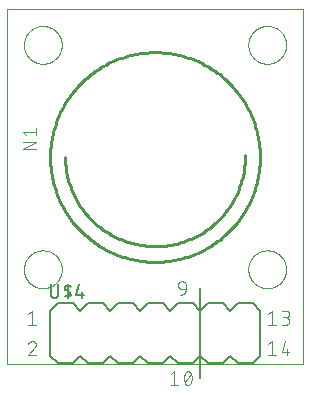
<source format=gto>
G75*
%MOIN*%
%OFA0B0*%
%FSLAX25Y25*%
%IPPOS*%
%LPD*%
%AMOC8*
5,1,8,0,0,1.08239X$1,22.5*
%
%ADD10C,0.00000*%
%ADD11C,0.01000*%
%ADD12C,0.00400*%
%ADD13C,0.00600*%
%ADD14C,0.00500*%
D10*
X0001000Y0010264D02*
X0001000Y0128374D01*
X0099425Y0128374D01*
X0099425Y0010264D01*
X0001000Y0010264D01*
X0006512Y0041760D02*
X0006514Y0041918D01*
X0006520Y0042076D01*
X0006530Y0042234D01*
X0006544Y0042392D01*
X0006562Y0042549D01*
X0006583Y0042706D01*
X0006609Y0042862D01*
X0006639Y0043018D01*
X0006672Y0043173D01*
X0006710Y0043326D01*
X0006751Y0043479D01*
X0006796Y0043631D01*
X0006845Y0043782D01*
X0006898Y0043931D01*
X0006954Y0044079D01*
X0007014Y0044225D01*
X0007078Y0044370D01*
X0007146Y0044513D01*
X0007217Y0044655D01*
X0007291Y0044795D01*
X0007369Y0044932D01*
X0007451Y0045068D01*
X0007535Y0045202D01*
X0007624Y0045333D01*
X0007715Y0045462D01*
X0007810Y0045589D01*
X0007907Y0045714D01*
X0008008Y0045836D01*
X0008112Y0045955D01*
X0008219Y0046072D01*
X0008329Y0046186D01*
X0008442Y0046297D01*
X0008557Y0046406D01*
X0008675Y0046511D01*
X0008796Y0046613D01*
X0008919Y0046713D01*
X0009045Y0046809D01*
X0009173Y0046902D01*
X0009303Y0046992D01*
X0009436Y0047078D01*
X0009571Y0047162D01*
X0009707Y0047241D01*
X0009846Y0047318D01*
X0009987Y0047390D01*
X0010129Y0047460D01*
X0010273Y0047525D01*
X0010419Y0047587D01*
X0010566Y0047645D01*
X0010715Y0047700D01*
X0010865Y0047751D01*
X0011016Y0047798D01*
X0011168Y0047841D01*
X0011321Y0047880D01*
X0011476Y0047916D01*
X0011631Y0047947D01*
X0011787Y0047975D01*
X0011943Y0047999D01*
X0012100Y0048019D01*
X0012258Y0048035D01*
X0012415Y0048047D01*
X0012574Y0048055D01*
X0012732Y0048059D01*
X0012890Y0048059D01*
X0013048Y0048055D01*
X0013207Y0048047D01*
X0013364Y0048035D01*
X0013522Y0048019D01*
X0013679Y0047999D01*
X0013835Y0047975D01*
X0013991Y0047947D01*
X0014146Y0047916D01*
X0014301Y0047880D01*
X0014454Y0047841D01*
X0014606Y0047798D01*
X0014757Y0047751D01*
X0014907Y0047700D01*
X0015056Y0047645D01*
X0015203Y0047587D01*
X0015349Y0047525D01*
X0015493Y0047460D01*
X0015635Y0047390D01*
X0015776Y0047318D01*
X0015915Y0047241D01*
X0016051Y0047162D01*
X0016186Y0047078D01*
X0016319Y0046992D01*
X0016449Y0046902D01*
X0016577Y0046809D01*
X0016703Y0046713D01*
X0016826Y0046613D01*
X0016947Y0046511D01*
X0017065Y0046406D01*
X0017180Y0046297D01*
X0017293Y0046186D01*
X0017403Y0046072D01*
X0017510Y0045955D01*
X0017614Y0045836D01*
X0017715Y0045714D01*
X0017812Y0045589D01*
X0017907Y0045462D01*
X0017998Y0045333D01*
X0018087Y0045202D01*
X0018171Y0045068D01*
X0018253Y0044932D01*
X0018331Y0044795D01*
X0018405Y0044655D01*
X0018476Y0044513D01*
X0018544Y0044370D01*
X0018608Y0044225D01*
X0018668Y0044079D01*
X0018724Y0043931D01*
X0018777Y0043782D01*
X0018826Y0043631D01*
X0018871Y0043479D01*
X0018912Y0043326D01*
X0018950Y0043173D01*
X0018983Y0043018D01*
X0019013Y0042862D01*
X0019039Y0042706D01*
X0019060Y0042549D01*
X0019078Y0042392D01*
X0019092Y0042234D01*
X0019102Y0042076D01*
X0019108Y0041918D01*
X0019110Y0041760D01*
X0019108Y0041602D01*
X0019102Y0041444D01*
X0019092Y0041286D01*
X0019078Y0041128D01*
X0019060Y0040971D01*
X0019039Y0040814D01*
X0019013Y0040658D01*
X0018983Y0040502D01*
X0018950Y0040347D01*
X0018912Y0040194D01*
X0018871Y0040041D01*
X0018826Y0039889D01*
X0018777Y0039738D01*
X0018724Y0039589D01*
X0018668Y0039441D01*
X0018608Y0039295D01*
X0018544Y0039150D01*
X0018476Y0039007D01*
X0018405Y0038865D01*
X0018331Y0038725D01*
X0018253Y0038588D01*
X0018171Y0038452D01*
X0018087Y0038318D01*
X0017998Y0038187D01*
X0017907Y0038058D01*
X0017812Y0037931D01*
X0017715Y0037806D01*
X0017614Y0037684D01*
X0017510Y0037565D01*
X0017403Y0037448D01*
X0017293Y0037334D01*
X0017180Y0037223D01*
X0017065Y0037114D01*
X0016947Y0037009D01*
X0016826Y0036907D01*
X0016703Y0036807D01*
X0016577Y0036711D01*
X0016449Y0036618D01*
X0016319Y0036528D01*
X0016186Y0036442D01*
X0016051Y0036358D01*
X0015915Y0036279D01*
X0015776Y0036202D01*
X0015635Y0036130D01*
X0015493Y0036060D01*
X0015349Y0035995D01*
X0015203Y0035933D01*
X0015056Y0035875D01*
X0014907Y0035820D01*
X0014757Y0035769D01*
X0014606Y0035722D01*
X0014454Y0035679D01*
X0014301Y0035640D01*
X0014146Y0035604D01*
X0013991Y0035573D01*
X0013835Y0035545D01*
X0013679Y0035521D01*
X0013522Y0035501D01*
X0013364Y0035485D01*
X0013207Y0035473D01*
X0013048Y0035465D01*
X0012890Y0035461D01*
X0012732Y0035461D01*
X0012574Y0035465D01*
X0012415Y0035473D01*
X0012258Y0035485D01*
X0012100Y0035501D01*
X0011943Y0035521D01*
X0011787Y0035545D01*
X0011631Y0035573D01*
X0011476Y0035604D01*
X0011321Y0035640D01*
X0011168Y0035679D01*
X0011016Y0035722D01*
X0010865Y0035769D01*
X0010715Y0035820D01*
X0010566Y0035875D01*
X0010419Y0035933D01*
X0010273Y0035995D01*
X0010129Y0036060D01*
X0009987Y0036130D01*
X0009846Y0036202D01*
X0009707Y0036279D01*
X0009571Y0036358D01*
X0009436Y0036442D01*
X0009303Y0036528D01*
X0009173Y0036618D01*
X0009045Y0036711D01*
X0008919Y0036807D01*
X0008796Y0036907D01*
X0008675Y0037009D01*
X0008557Y0037114D01*
X0008442Y0037223D01*
X0008329Y0037334D01*
X0008219Y0037448D01*
X0008112Y0037565D01*
X0008008Y0037684D01*
X0007907Y0037806D01*
X0007810Y0037931D01*
X0007715Y0038058D01*
X0007624Y0038187D01*
X0007535Y0038318D01*
X0007451Y0038452D01*
X0007369Y0038588D01*
X0007291Y0038725D01*
X0007217Y0038865D01*
X0007146Y0039007D01*
X0007078Y0039150D01*
X0007014Y0039295D01*
X0006954Y0039441D01*
X0006898Y0039589D01*
X0006845Y0039738D01*
X0006796Y0039889D01*
X0006751Y0040041D01*
X0006710Y0040194D01*
X0006672Y0040347D01*
X0006639Y0040502D01*
X0006609Y0040658D01*
X0006583Y0040814D01*
X0006562Y0040971D01*
X0006544Y0041128D01*
X0006530Y0041286D01*
X0006520Y0041444D01*
X0006514Y0041602D01*
X0006512Y0041760D01*
X0006512Y0116563D02*
X0006514Y0116721D01*
X0006520Y0116879D01*
X0006530Y0117037D01*
X0006544Y0117195D01*
X0006562Y0117352D01*
X0006583Y0117509D01*
X0006609Y0117665D01*
X0006639Y0117821D01*
X0006672Y0117976D01*
X0006710Y0118129D01*
X0006751Y0118282D01*
X0006796Y0118434D01*
X0006845Y0118585D01*
X0006898Y0118734D01*
X0006954Y0118882D01*
X0007014Y0119028D01*
X0007078Y0119173D01*
X0007146Y0119316D01*
X0007217Y0119458D01*
X0007291Y0119598D01*
X0007369Y0119735D01*
X0007451Y0119871D01*
X0007535Y0120005D01*
X0007624Y0120136D01*
X0007715Y0120265D01*
X0007810Y0120392D01*
X0007907Y0120517D01*
X0008008Y0120639D01*
X0008112Y0120758D01*
X0008219Y0120875D01*
X0008329Y0120989D01*
X0008442Y0121100D01*
X0008557Y0121209D01*
X0008675Y0121314D01*
X0008796Y0121416D01*
X0008919Y0121516D01*
X0009045Y0121612D01*
X0009173Y0121705D01*
X0009303Y0121795D01*
X0009436Y0121881D01*
X0009571Y0121965D01*
X0009707Y0122044D01*
X0009846Y0122121D01*
X0009987Y0122193D01*
X0010129Y0122263D01*
X0010273Y0122328D01*
X0010419Y0122390D01*
X0010566Y0122448D01*
X0010715Y0122503D01*
X0010865Y0122554D01*
X0011016Y0122601D01*
X0011168Y0122644D01*
X0011321Y0122683D01*
X0011476Y0122719D01*
X0011631Y0122750D01*
X0011787Y0122778D01*
X0011943Y0122802D01*
X0012100Y0122822D01*
X0012258Y0122838D01*
X0012415Y0122850D01*
X0012574Y0122858D01*
X0012732Y0122862D01*
X0012890Y0122862D01*
X0013048Y0122858D01*
X0013207Y0122850D01*
X0013364Y0122838D01*
X0013522Y0122822D01*
X0013679Y0122802D01*
X0013835Y0122778D01*
X0013991Y0122750D01*
X0014146Y0122719D01*
X0014301Y0122683D01*
X0014454Y0122644D01*
X0014606Y0122601D01*
X0014757Y0122554D01*
X0014907Y0122503D01*
X0015056Y0122448D01*
X0015203Y0122390D01*
X0015349Y0122328D01*
X0015493Y0122263D01*
X0015635Y0122193D01*
X0015776Y0122121D01*
X0015915Y0122044D01*
X0016051Y0121965D01*
X0016186Y0121881D01*
X0016319Y0121795D01*
X0016449Y0121705D01*
X0016577Y0121612D01*
X0016703Y0121516D01*
X0016826Y0121416D01*
X0016947Y0121314D01*
X0017065Y0121209D01*
X0017180Y0121100D01*
X0017293Y0120989D01*
X0017403Y0120875D01*
X0017510Y0120758D01*
X0017614Y0120639D01*
X0017715Y0120517D01*
X0017812Y0120392D01*
X0017907Y0120265D01*
X0017998Y0120136D01*
X0018087Y0120005D01*
X0018171Y0119871D01*
X0018253Y0119735D01*
X0018331Y0119598D01*
X0018405Y0119458D01*
X0018476Y0119316D01*
X0018544Y0119173D01*
X0018608Y0119028D01*
X0018668Y0118882D01*
X0018724Y0118734D01*
X0018777Y0118585D01*
X0018826Y0118434D01*
X0018871Y0118282D01*
X0018912Y0118129D01*
X0018950Y0117976D01*
X0018983Y0117821D01*
X0019013Y0117665D01*
X0019039Y0117509D01*
X0019060Y0117352D01*
X0019078Y0117195D01*
X0019092Y0117037D01*
X0019102Y0116879D01*
X0019108Y0116721D01*
X0019110Y0116563D01*
X0019108Y0116405D01*
X0019102Y0116247D01*
X0019092Y0116089D01*
X0019078Y0115931D01*
X0019060Y0115774D01*
X0019039Y0115617D01*
X0019013Y0115461D01*
X0018983Y0115305D01*
X0018950Y0115150D01*
X0018912Y0114997D01*
X0018871Y0114844D01*
X0018826Y0114692D01*
X0018777Y0114541D01*
X0018724Y0114392D01*
X0018668Y0114244D01*
X0018608Y0114098D01*
X0018544Y0113953D01*
X0018476Y0113810D01*
X0018405Y0113668D01*
X0018331Y0113528D01*
X0018253Y0113391D01*
X0018171Y0113255D01*
X0018087Y0113121D01*
X0017998Y0112990D01*
X0017907Y0112861D01*
X0017812Y0112734D01*
X0017715Y0112609D01*
X0017614Y0112487D01*
X0017510Y0112368D01*
X0017403Y0112251D01*
X0017293Y0112137D01*
X0017180Y0112026D01*
X0017065Y0111917D01*
X0016947Y0111812D01*
X0016826Y0111710D01*
X0016703Y0111610D01*
X0016577Y0111514D01*
X0016449Y0111421D01*
X0016319Y0111331D01*
X0016186Y0111245D01*
X0016051Y0111161D01*
X0015915Y0111082D01*
X0015776Y0111005D01*
X0015635Y0110933D01*
X0015493Y0110863D01*
X0015349Y0110798D01*
X0015203Y0110736D01*
X0015056Y0110678D01*
X0014907Y0110623D01*
X0014757Y0110572D01*
X0014606Y0110525D01*
X0014454Y0110482D01*
X0014301Y0110443D01*
X0014146Y0110407D01*
X0013991Y0110376D01*
X0013835Y0110348D01*
X0013679Y0110324D01*
X0013522Y0110304D01*
X0013364Y0110288D01*
X0013207Y0110276D01*
X0013048Y0110268D01*
X0012890Y0110264D01*
X0012732Y0110264D01*
X0012574Y0110268D01*
X0012415Y0110276D01*
X0012258Y0110288D01*
X0012100Y0110304D01*
X0011943Y0110324D01*
X0011787Y0110348D01*
X0011631Y0110376D01*
X0011476Y0110407D01*
X0011321Y0110443D01*
X0011168Y0110482D01*
X0011016Y0110525D01*
X0010865Y0110572D01*
X0010715Y0110623D01*
X0010566Y0110678D01*
X0010419Y0110736D01*
X0010273Y0110798D01*
X0010129Y0110863D01*
X0009987Y0110933D01*
X0009846Y0111005D01*
X0009707Y0111082D01*
X0009571Y0111161D01*
X0009436Y0111245D01*
X0009303Y0111331D01*
X0009173Y0111421D01*
X0009045Y0111514D01*
X0008919Y0111610D01*
X0008796Y0111710D01*
X0008675Y0111812D01*
X0008557Y0111917D01*
X0008442Y0112026D01*
X0008329Y0112137D01*
X0008219Y0112251D01*
X0008112Y0112368D01*
X0008008Y0112487D01*
X0007907Y0112609D01*
X0007810Y0112734D01*
X0007715Y0112861D01*
X0007624Y0112990D01*
X0007535Y0113121D01*
X0007451Y0113255D01*
X0007369Y0113391D01*
X0007291Y0113528D01*
X0007217Y0113668D01*
X0007146Y0113810D01*
X0007078Y0113953D01*
X0007014Y0114098D01*
X0006954Y0114244D01*
X0006898Y0114392D01*
X0006845Y0114541D01*
X0006796Y0114692D01*
X0006751Y0114844D01*
X0006710Y0114997D01*
X0006672Y0115150D01*
X0006639Y0115305D01*
X0006609Y0115461D01*
X0006583Y0115617D01*
X0006562Y0115774D01*
X0006544Y0115931D01*
X0006530Y0116089D01*
X0006520Y0116247D01*
X0006514Y0116405D01*
X0006512Y0116563D01*
X0081315Y0116563D02*
X0081317Y0116721D01*
X0081323Y0116879D01*
X0081333Y0117037D01*
X0081347Y0117195D01*
X0081365Y0117352D01*
X0081386Y0117509D01*
X0081412Y0117665D01*
X0081442Y0117821D01*
X0081475Y0117976D01*
X0081513Y0118129D01*
X0081554Y0118282D01*
X0081599Y0118434D01*
X0081648Y0118585D01*
X0081701Y0118734D01*
X0081757Y0118882D01*
X0081817Y0119028D01*
X0081881Y0119173D01*
X0081949Y0119316D01*
X0082020Y0119458D01*
X0082094Y0119598D01*
X0082172Y0119735D01*
X0082254Y0119871D01*
X0082338Y0120005D01*
X0082427Y0120136D01*
X0082518Y0120265D01*
X0082613Y0120392D01*
X0082710Y0120517D01*
X0082811Y0120639D01*
X0082915Y0120758D01*
X0083022Y0120875D01*
X0083132Y0120989D01*
X0083245Y0121100D01*
X0083360Y0121209D01*
X0083478Y0121314D01*
X0083599Y0121416D01*
X0083722Y0121516D01*
X0083848Y0121612D01*
X0083976Y0121705D01*
X0084106Y0121795D01*
X0084239Y0121881D01*
X0084374Y0121965D01*
X0084510Y0122044D01*
X0084649Y0122121D01*
X0084790Y0122193D01*
X0084932Y0122263D01*
X0085076Y0122328D01*
X0085222Y0122390D01*
X0085369Y0122448D01*
X0085518Y0122503D01*
X0085668Y0122554D01*
X0085819Y0122601D01*
X0085971Y0122644D01*
X0086124Y0122683D01*
X0086279Y0122719D01*
X0086434Y0122750D01*
X0086590Y0122778D01*
X0086746Y0122802D01*
X0086903Y0122822D01*
X0087061Y0122838D01*
X0087218Y0122850D01*
X0087377Y0122858D01*
X0087535Y0122862D01*
X0087693Y0122862D01*
X0087851Y0122858D01*
X0088010Y0122850D01*
X0088167Y0122838D01*
X0088325Y0122822D01*
X0088482Y0122802D01*
X0088638Y0122778D01*
X0088794Y0122750D01*
X0088949Y0122719D01*
X0089104Y0122683D01*
X0089257Y0122644D01*
X0089409Y0122601D01*
X0089560Y0122554D01*
X0089710Y0122503D01*
X0089859Y0122448D01*
X0090006Y0122390D01*
X0090152Y0122328D01*
X0090296Y0122263D01*
X0090438Y0122193D01*
X0090579Y0122121D01*
X0090718Y0122044D01*
X0090854Y0121965D01*
X0090989Y0121881D01*
X0091122Y0121795D01*
X0091252Y0121705D01*
X0091380Y0121612D01*
X0091506Y0121516D01*
X0091629Y0121416D01*
X0091750Y0121314D01*
X0091868Y0121209D01*
X0091983Y0121100D01*
X0092096Y0120989D01*
X0092206Y0120875D01*
X0092313Y0120758D01*
X0092417Y0120639D01*
X0092518Y0120517D01*
X0092615Y0120392D01*
X0092710Y0120265D01*
X0092801Y0120136D01*
X0092890Y0120005D01*
X0092974Y0119871D01*
X0093056Y0119735D01*
X0093134Y0119598D01*
X0093208Y0119458D01*
X0093279Y0119316D01*
X0093347Y0119173D01*
X0093411Y0119028D01*
X0093471Y0118882D01*
X0093527Y0118734D01*
X0093580Y0118585D01*
X0093629Y0118434D01*
X0093674Y0118282D01*
X0093715Y0118129D01*
X0093753Y0117976D01*
X0093786Y0117821D01*
X0093816Y0117665D01*
X0093842Y0117509D01*
X0093863Y0117352D01*
X0093881Y0117195D01*
X0093895Y0117037D01*
X0093905Y0116879D01*
X0093911Y0116721D01*
X0093913Y0116563D01*
X0093911Y0116405D01*
X0093905Y0116247D01*
X0093895Y0116089D01*
X0093881Y0115931D01*
X0093863Y0115774D01*
X0093842Y0115617D01*
X0093816Y0115461D01*
X0093786Y0115305D01*
X0093753Y0115150D01*
X0093715Y0114997D01*
X0093674Y0114844D01*
X0093629Y0114692D01*
X0093580Y0114541D01*
X0093527Y0114392D01*
X0093471Y0114244D01*
X0093411Y0114098D01*
X0093347Y0113953D01*
X0093279Y0113810D01*
X0093208Y0113668D01*
X0093134Y0113528D01*
X0093056Y0113391D01*
X0092974Y0113255D01*
X0092890Y0113121D01*
X0092801Y0112990D01*
X0092710Y0112861D01*
X0092615Y0112734D01*
X0092518Y0112609D01*
X0092417Y0112487D01*
X0092313Y0112368D01*
X0092206Y0112251D01*
X0092096Y0112137D01*
X0091983Y0112026D01*
X0091868Y0111917D01*
X0091750Y0111812D01*
X0091629Y0111710D01*
X0091506Y0111610D01*
X0091380Y0111514D01*
X0091252Y0111421D01*
X0091122Y0111331D01*
X0090989Y0111245D01*
X0090854Y0111161D01*
X0090718Y0111082D01*
X0090579Y0111005D01*
X0090438Y0110933D01*
X0090296Y0110863D01*
X0090152Y0110798D01*
X0090006Y0110736D01*
X0089859Y0110678D01*
X0089710Y0110623D01*
X0089560Y0110572D01*
X0089409Y0110525D01*
X0089257Y0110482D01*
X0089104Y0110443D01*
X0088949Y0110407D01*
X0088794Y0110376D01*
X0088638Y0110348D01*
X0088482Y0110324D01*
X0088325Y0110304D01*
X0088167Y0110288D01*
X0088010Y0110276D01*
X0087851Y0110268D01*
X0087693Y0110264D01*
X0087535Y0110264D01*
X0087377Y0110268D01*
X0087218Y0110276D01*
X0087061Y0110288D01*
X0086903Y0110304D01*
X0086746Y0110324D01*
X0086590Y0110348D01*
X0086434Y0110376D01*
X0086279Y0110407D01*
X0086124Y0110443D01*
X0085971Y0110482D01*
X0085819Y0110525D01*
X0085668Y0110572D01*
X0085518Y0110623D01*
X0085369Y0110678D01*
X0085222Y0110736D01*
X0085076Y0110798D01*
X0084932Y0110863D01*
X0084790Y0110933D01*
X0084649Y0111005D01*
X0084510Y0111082D01*
X0084374Y0111161D01*
X0084239Y0111245D01*
X0084106Y0111331D01*
X0083976Y0111421D01*
X0083848Y0111514D01*
X0083722Y0111610D01*
X0083599Y0111710D01*
X0083478Y0111812D01*
X0083360Y0111917D01*
X0083245Y0112026D01*
X0083132Y0112137D01*
X0083022Y0112251D01*
X0082915Y0112368D01*
X0082811Y0112487D01*
X0082710Y0112609D01*
X0082613Y0112734D01*
X0082518Y0112861D01*
X0082427Y0112990D01*
X0082338Y0113121D01*
X0082254Y0113255D01*
X0082172Y0113391D01*
X0082094Y0113528D01*
X0082020Y0113668D01*
X0081949Y0113810D01*
X0081881Y0113953D01*
X0081817Y0114098D01*
X0081757Y0114244D01*
X0081701Y0114392D01*
X0081648Y0114541D01*
X0081599Y0114692D01*
X0081554Y0114844D01*
X0081513Y0114997D01*
X0081475Y0115150D01*
X0081442Y0115305D01*
X0081412Y0115461D01*
X0081386Y0115617D01*
X0081365Y0115774D01*
X0081347Y0115931D01*
X0081333Y0116089D01*
X0081323Y0116247D01*
X0081317Y0116405D01*
X0081315Y0116563D01*
X0081315Y0041760D02*
X0081317Y0041918D01*
X0081323Y0042076D01*
X0081333Y0042234D01*
X0081347Y0042392D01*
X0081365Y0042549D01*
X0081386Y0042706D01*
X0081412Y0042862D01*
X0081442Y0043018D01*
X0081475Y0043173D01*
X0081513Y0043326D01*
X0081554Y0043479D01*
X0081599Y0043631D01*
X0081648Y0043782D01*
X0081701Y0043931D01*
X0081757Y0044079D01*
X0081817Y0044225D01*
X0081881Y0044370D01*
X0081949Y0044513D01*
X0082020Y0044655D01*
X0082094Y0044795D01*
X0082172Y0044932D01*
X0082254Y0045068D01*
X0082338Y0045202D01*
X0082427Y0045333D01*
X0082518Y0045462D01*
X0082613Y0045589D01*
X0082710Y0045714D01*
X0082811Y0045836D01*
X0082915Y0045955D01*
X0083022Y0046072D01*
X0083132Y0046186D01*
X0083245Y0046297D01*
X0083360Y0046406D01*
X0083478Y0046511D01*
X0083599Y0046613D01*
X0083722Y0046713D01*
X0083848Y0046809D01*
X0083976Y0046902D01*
X0084106Y0046992D01*
X0084239Y0047078D01*
X0084374Y0047162D01*
X0084510Y0047241D01*
X0084649Y0047318D01*
X0084790Y0047390D01*
X0084932Y0047460D01*
X0085076Y0047525D01*
X0085222Y0047587D01*
X0085369Y0047645D01*
X0085518Y0047700D01*
X0085668Y0047751D01*
X0085819Y0047798D01*
X0085971Y0047841D01*
X0086124Y0047880D01*
X0086279Y0047916D01*
X0086434Y0047947D01*
X0086590Y0047975D01*
X0086746Y0047999D01*
X0086903Y0048019D01*
X0087061Y0048035D01*
X0087218Y0048047D01*
X0087377Y0048055D01*
X0087535Y0048059D01*
X0087693Y0048059D01*
X0087851Y0048055D01*
X0088010Y0048047D01*
X0088167Y0048035D01*
X0088325Y0048019D01*
X0088482Y0047999D01*
X0088638Y0047975D01*
X0088794Y0047947D01*
X0088949Y0047916D01*
X0089104Y0047880D01*
X0089257Y0047841D01*
X0089409Y0047798D01*
X0089560Y0047751D01*
X0089710Y0047700D01*
X0089859Y0047645D01*
X0090006Y0047587D01*
X0090152Y0047525D01*
X0090296Y0047460D01*
X0090438Y0047390D01*
X0090579Y0047318D01*
X0090718Y0047241D01*
X0090854Y0047162D01*
X0090989Y0047078D01*
X0091122Y0046992D01*
X0091252Y0046902D01*
X0091380Y0046809D01*
X0091506Y0046713D01*
X0091629Y0046613D01*
X0091750Y0046511D01*
X0091868Y0046406D01*
X0091983Y0046297D01*
X0092096Y0046186D01*
X0092206Y0046072D01*
X0092313Y0045955D01*
X0092417Y0045836D01*
X0092518Y0045714D01*
X0092615Y0045589D01*
X0092710Y0045462D01*
X0092801Y0045333D01*
X0092890Y0045202D01*
X0092974Y0045068D01*
X0093056Y0044932D01*
X0093134Y0044795D01*
X0093208Y0044655D01*
X0093279Y0044513D01*
X0093347Y0044370D01*
X0093411Y0044225D01*
X0093471Y0044079D01*
X0093527Y0043931D01*
X0093580Y0043782D01*
X0093629Y0043631D01*
X0093674Y0043479D01*
X0093715Y0043326D01*
X0093753Y0043173D01*
X0093786Y0043018D01*
X0093816Y0042862D01*
X0093842Y0042706D01*
X0093863Y0042549D01*
X0093881Y0042392D01*
X0093895Y0042234D01*
X0093905Y0042076D01*
X0093911Y0041918D01*
X0093913Y0041760D01*
X0093911Y0041602D01*
X0093905Y0041444D01*
X0093895Y0041286D01*
X0093881Y0041128D01*
X0093863Y0040971D01*
X0093842Y0040814D01*
X0093816Y0040658D01*
X0093786Y0040502D01*
X0093753Y0040347D01*
X0093715Y0040194D01*
X0093674Y0040041D01*
X0093629Y0039889D01*
X0093580Y0039738D01*
X0093527Y0039589D01*
X0093471Y0039441D01*
X0093411Y0039295D01*
X0093347Y0039150D01*
X0093279Y0039007D01*
X0093208Y0038865D01*
X0093134Y0038725D01*
X0093056Y0038588D01*
X0092974Y0038452D01*
X0092890Y0038318D01*
X0092801Y0038187D01*
X0092710Y0038058D01*
X0092615Y0037931D01*
X0092518Y0037806D01*
X0092417Y0037684D01*
X0092313Y0037565D01*
X0092206Y0037448D01*
X0092096Y0037334D01*
X0091983Y0037223D01*
X0091868Y0037114D01*
X0091750Y0037009D01*
X0091629Y0036907D01*
X0091506Y0036807D01*
X0091380Y0036711D01*
X0091252Y0036618D01*
X0091122Y0036528D01*
X0090989Y0036442D01*
X0090854Y0036358D01*
X0090718Y0036279D01*
X0090579Y0036202D01*
X0090438Y0036130D01*
X0090296Y0036060D01*
X0090152Y0035995D01*
X0090006Y0035933D01*
X0089859Y0035875D01*
X0089710Y0035820D01*
X0089560Y0035769D01*
X0089409Y0035722D01*
X0089257Y0035679D01*
X0089104Y0035640D01*
X0088949Y0035604D01*
X0088794Y0035573D01*
X0088638Y0035545D01*
X0088482Y0035521D01*
X0088325Y0035501D01*
X0088167Y0035485D01*
X0088010Y0035473D01*
X0087851Y0035465D01*
X0087693Y0035461D01*
X0087535Y0035461D01*
X0087377Y0035465D01*
X0087218Y0035473D01*
X0087061Y0035485D01*
X0086903Y0035501D01*
X0086746Y0035521D01*
X0086590Y0035545D01*
X0086434Y0035573D01*
X0086279Y0035604D01*
X0086124Y0035640D01*
X0085971Y0035679D01*
X0085819Y0035722D01*
X0085668Y0035769D01*
X0085518Y0035820D01*
X0085369Y0035875D01*
X0085222Y0035933D01*
X0085076Y0035995D01*
X0084932Y0036060D01*
X0084790Y0036130D01*
X0084649Y0036202D01*
X0084510Y0036279D01*
X0084374Y0036358D01*
X0084239Y0036442D01*
X0084106Y0036528D01*
X0083976Y0036618D01*
X0083848Y0036711D01*
X0083722Y0036807D01*
X0083599Y0036907D01*
X0083478Y0037009D01*
X0083360Y0037114D01*
X0083245Y0037223D01*
X0083132Y0037334D01*
X0083022Y0037448D01*
X0082915Y0037565D01*
X0082811Y0037684D01*
X0082710Y0037806D01*
X0082613Y0037931D01*
X0082518Y0038058D01*
X0082427Y0038187D01*
X0082338Y0038318D01*
X0082254Y0038452D01*
X0082172Y0038588D01*
X0082094Y0038725D01*
X0082020Y0038865D01*
X0081949Y0039007D01*
X0081881Y0039150D01*
X0081817Y0039295D01*
X0081757Y0039441D01*
X0081701Y0039589D01*
X0081648Y0039738D01*
X0081599Y0039889D01*
X0081554Y0040041D01*
X0081513Y0040194D01*
X0081475Y0040347D01*
X0081442Y0040502D01*
X0081412Y0040658D01*
X0081386Y0040814D01*
X0081365Y0040971D01*
X0081347Y0041128D01*
X0081333Y0041286D01*
X0081323Y0041444D01*
X0081317Y0041602D01*
X0081315Y0041760D01*
D11*
X0015274Y0079161D02*
X0015285Y0080018D01*
X0015316Y0080875D01*
X0015369Y0081731D01*
X0015442Y0082586D01*
X0015537Y0083438D01*
X0015652Y0084288D01*
X0015788Y0085134D01*
X0015945Y0085977D01*
X0016123Y0086816D01*
X0016321Y0087650D01*
X0016540Y0088480D01*
X0016778Y0089303D01*
X0017037Y0090121D01*
X0017316Y0090932D01*
X0017615Y0091735D01*
X0017934Y0092532D01*
X0018271Y0093320D01*
X0018629Y0094099D01*
X0019005Y0094870D01*
X0019400Y0095631D01*
X0019813Y0096382D01*
X0020245Y0097123D01*
X0020695Y0097853D01*
X0021162Y0098572D01*
X0021647Y0099279D01*
X0022150Y0099974D01*
X0022669Y0100657D01*
X0023205Y0101326D01*
X0023757Y0101982D01*
X0024325Y0102625D01*
X0024909Y0103253D01*
X0025507Y0103867D01*
X0026121Y0104465D01*
X0026749Y0105049D01*
X0027392Y0105617D01*
X0028048Y0106169D01*
X0028717Y0106705D01*
X0029400Y0107224D01*
X0030095Y0107727D01*
X0030802Y0108212D01*
X0031521Y0108679D01*
X0032251Y0109129D01*
X0032992Y0109561D01*
X0033743Y0109974D01*
X0034504Y0110369D01*
X0035275Y0110745D01*
X0036054Y0111103D01*
X0036842Y0111440D01*
X0037639Y0111759D01*
X0038442Y0112058D01*
X0039253Y0112337D01*
X0040071Y0112596D01*
X0040894Y0112834D01*
X0041724Y0113053D01*
X0042558Y0113251D01*
X0043397Y0113429D01*
X0044240Y0113586D01*
X0045086Y0113722D01*
X0045936Y0113837D01*
X0046788Y0113932D01*
X0047643Y0114005D01*
X0048499Y0114058D01*
X0049356Y0114089D01*
X0050213Y0114100D01*
X0051070Y0114089D01*
X0051927Y0114058D01*
X0052783Y0114005D01*
X0053638Y0113932D01*
X0054490Y0113837D01*
X0055340Y0113722D01*
X0056186Y0113586D01*
X0057029Y0113429D01*
X0057868Y0113251D01*
X0058702Y0113053D01*
X0059532Y0112834D01*
X0060355Y0112596D01*
X0061173Y0112337D01*
X0061984Y0112058D01*
X0062787Y0111759D01*
X0063584Y0111440D01*
X0064372Y0111103D01*
X0065151Y0110745D01*
X0065922Y0110369D01*
X0066683Y0109974D01*
X0067434Y0109561D01*
X0068175Y0109129D01*
X0068905Y0108679D01*
X0069624Y0108212D01*
X0070331Y0107727D01*
X0071026Y0107224D01*
X0071709Y0106705D01*
X0072378Y0106169D01*
X0073034Y0105617D01*
X0073677Y0105049D01*
X0074305Y0104465D01*
X0074919Y0103867D01*
X0075517Y0103253D01*
X0076101Y0102625D01*
X0076669Y0101982D01*
X0077221Y0101326D01*
X0077757Y0100657D01*
X0078276Y0099974D01*
X0078779Y0099279D01*
X0079264Y0098572D01*
X0079731Y0097853D01*
X0080181Y0097123D01*
X0080613Y0096382D01*
X0081026Y0095631D01*
X0081421Y0094870D01*
X0081797Y0094099D01*
X0082155Y0093320D01*
X0082492Y0092532D01*
X0082811Y0091735D01*
X0083110Y0090932D01*
X0083389Y0090121D01*
X0083648Y0089303D01*
X0083886Y0088480D01*
X0084105Y0087650D01*
X0084303Y0086816D01*
X0084481Y0085977D01*
X0084638Y0085134D01*
X0084774Y0084288D01*
X0084889Y0083438D01*
X0084984Y0082586D01*
X0085057Y0081731D01*
X0085110Y0080875D01*
X0085141Y0080018D01*
X0085152Y0079161D01*
X0085141Y0078304D01*
X0085110Y0077447D01*
X0085057Y0076591D01*
X0084984Y0075736D01*
X0084889Y0074884D01*
X0084774Y0074034D01*
X0084638Y0073188D01*
X0084481Y0072345D01*
X0084303Y0071506D01*
X0084105Y0070672D01*
X0083886Y0069842D01*
X0083648Y0069019D01*
X0083389Y0068201D01*
X0083110Y0067390D01*
X0082811Y0066587D01*
X0082492Y0065790D01*
X0082155Y0065002D01*
X0081797Y0064223D01*
X0081421Y0063452D01*
X0081026Y0062691D01*
X0080613Y0061940D01*
X0080181Y0061199D01*
X0079731Y0060469D01*
X0079264Y0059750D01*
X0078779Y0059043D01*
X0078276Y0058348D01*
X0077757Y0057665D01*
X0077221Y0056996D01*
X0076669Y0056340D01*
X0076101Y0055697D01*
X0075517Y0055069D01*
X0074919Y0054455D01*
X0074305Y0053857D01*
X0073677Y0053273D01*
X0073034Y0052705D01*
X0072378Y0052153D01*
X0071709Y0051617D01*
X0071026Y0051098D01*
X0070331Y0050595D01*
X0069624Y0050110D01*
X0068905Y0049643D01*
X0068175Y0049193D01*
X0067434Y0048761D01*
X0066683Y0048348D01*
X0065922Y0047953D01*
X0065151Y0047577D01*
X0064372Y0047219D01*
X0063584Y0046882D01*
X0062787Y0046563D01*
X0061984Y0046264D01*
X0061173Y0045985D01*
X0060355Y0045726D01*
X0059532Y0045488D01*
X0058702Y0045269D01*
X0057868Y0045071D01*
X0057029Y0044893D01*
X0056186Y0044736D01*
X0055340Y0044600D01*
X0054490Y0044485D01*
X0053638Y0044390D01*
X0052783Y0044317D01*
X0051927Y0044264D01*
X0051070Y0044233D01*
X0050213Y0044222D01*
X0049356Y0044233D01*
X0048499Y0044264D01*
X0047643Y0044317D01*
X0046788Y0044390D01*
X0045936Y0044485D01*
X0045086Y0044600D01*
X0044240Y0044736D01*
X0043397Y0044893D01*
X0042558Y0045071D01*
X0041724Y0045269D01*
X0040894Y0045488D01*
X0040071Y0045726D01*
X0039253Y0045985D01*
X0038442Y0046264D01*
X0037639Y0046563D01*
X0036842Y0046882D01*
X0036054Y0047219D01*
X0035275Y0047577D01*
X0034504Y0047953D01*
X0033743Y0048348D01*
X0032992Y0048761D01*
X0032251Y0049193D01*
X0031521Y0049643D01*
X0030802Y0050110D01*
X0030095Y0050595D01*
X0029400Y0051098D01*
X0028717Y0051617D01*
X0028048Y0052153D01*
X0027392Y0052705D01*
X0026749Y0053273D01*
X0026121Y0053857D01*
X0025507Y0054455D01*
X0024909Y0055069D01*
X0024325Y0055697D01*
X0023757Y0056340D01*
X0023205Y0056996D01*
X0022669Y0057665D01*
X0022150Y0058348D01*
X0021647Y0059043D01*
X0021162Y0059750D01*
X0020695Y0060469D01*
X0020245Y0061199D01*
X0019813Y0061940D01*
X0019400Y0062691D01*
X0019005Y0063452D01*
X0018629Y0064223D01*
X0018271Y0065002D01*
X0017934Y0065790D01*
X0017615Y0066587D01*
X0017316Y0067390D01*
X0017037Y0068201D01*
X0016778Y0069019D01*
X0016540Y0069842D01*
X0016321Y0070672D01*
X0016123Y0071506D01*
X0015945Y0072345D01*
X0015788Y0073188D01*
X0015652Y0074034D01*
X0015537Y0074884D01*
X0015442Y0075736D01*
X0015369Y0076591D01*
X0015316Y0077447D01*
X0015285Y0078304D01*
X0015274Y0079161D01*
X0020212Y0079161D02*
X0020228Y0078431D01*
X0020262Y0077701D01*
X0020314Y0076972D01*
X0020384Y0076245D01*
X0020472Y0075520D01*
X0020577Y0074797D01*
X0020700Y0074076D01*
X0020840Y0073359D01*
X0020997Y0072646D01*
X0021172Y0071937D01*
X0021364Y0071232D01*
X0021574Y0070532D01*
X0021800Y0069837D01*
X0022043Y0069148D01*
X0022303Y0068465D01*
X0022579Y0067789D01*
X0022872Y0067119D01*
X0023181Y0066457D01*
X0023506Y0065803D01*
X0023847Y0065156D01*
X0024203Y0064519D01*
X0024575Y0063890D01*
X0024962Y0063270D01*
X0025364Y0062660D01*
X0025781Y0062060D01*
X0026212Y0061470D01*
X0026658Y0060891D01*
X0027117Y0060323D01*
X0027591Y0059766D01*
X0028077Y0059221D01*
X0028577Y0058688D01*
X0029089Y0058168D01*
X0029615Y0057660D01*
X0030152Y0057165D01*
X0030701Y0056683D01*
X0031262Y0056214D01*
X0031834Y0055760D01*
X0032417Y0055319D01*
X0033010Y0054893D01*
X0033614Y0054482D01*
X0034227Y0054085D01*
X0034850Y0053703D01*
X0035483Y0053337D01*
X0036123Y0052986D01*
X0036773Y0052650D01*
X0037430Y0052331D01*
X0038094Y0052028D01*
X0038766Y0051741D01*
X0039445Y0051471D01*
X0040130Y0051217D01*
X0040821Y0050980D01*
X0041518Y0050759D01*
X0042220Y0050556D01*
X0042926Y0050370D01*
X0043637Y0050201D01*
X0044352Y0050050D01*
X0045070Y0049916D01*
X0045792Y0049799D01*
X0046515Y0049701D01*
X0047242Y0049619D01*
X0047969Y0049556D01*
X0048699Y0049510D01*
X0049429Y0049482D01*
X0050159Y0049472D01*
X0050890Y0049480D01*
X0051620Y0049505D01*
X0052349Y0049548D01*
X0053078Y0049609D01*
X0053804Y0049688D01*
X0054528Y0049784D01*
X0055250Y0049898D01*
X0055969Y0050029D01*
X0056684Y0050178D01*
X0057395Y0050345D01*
X0058103Y0050528D01*
X0058805Y0050729D01*
X0059502Y0050947D01*
X0060194Y0051181D01*
X0060880Y0051433D01*
X0061560Y0051701D01*
X0062233Y0051986D01*
X0062899Y0052286D01*
X0063557Y0052603D01*
X0064207Y0052936D01*
X0064850Y0053285D01*
X0065483Y0053649D01*
X0066107Y0054029D01*
X0066722Y0054423D01*
X0067327Y0054833D01*
X0067922Y0055257D01*
X0068507Y0055695D01*
X0069080Y0056148D01*
X0069643Y0056614D01*
X0070194Y0057094D01*
X0070733Y0057587D01*
X0071260Y0058094D01*
X0071774Y0058612D01*
X0072276Y0059144D01*
X0072764Y0059687D01*
X0073239Y0060242D01*
X0073701Y0060808D01*
X0074148Y0061386D01*
X0074582Y0061974D01*
X0075001Y0062573D01*
X0075405Y0063181D01*
X0075794Y0063800D01*
X0076168Y0064427D01*
X0076527Y0065064D01*
X0076870Y0065709D01*
X0077197Y0066362D01*
X0077508Y0067023D01*
X0077804Y0067692D01*
X0078082Y0068367D01*
X0078345Y0069049D01*
X0078590Y0069737D01*
X0078819Y0070431D01*
X0079030Y0071130D01*
X0079225Y0071834D01*
X0079402Y0072543D01*
X0079563Y0073256D01*
X0079705Y0073973D01*
X0079831Y0074693D01*
X0079938Y0075415D01*
X0080028Y0076140D01*
X0080101Y0076867D01*
X0080155Y0077596D01*
X0080192Y0078326D01*
X0080211Y0079056D01*
X0080212Y0079787D01*
D12*
X0060468Y0036522D02*
X0060468Y0035244D01*
X0058935Y0035244D01*
X0060468Y0035244D02*
X0060466Y0035155D01*
X0060460Y0035066D01*
X0060451Y0034977D01*
X0060437Y0034889D01*
X0060420Y0034802D01*
X0060398Y0034715D01*
X0060373Y0034629D01*
X0060345Y0034545D01*
X0060312Y0034462D01*
X0060276Y0034380D01*
X0060237Y0034300D01*
X0060194Y0034222D01*
X0060148Y0034146D01*
X0060098Y0034072D01*
X0060046Y0034000D01*
X0059990Y0033930D01*
X0059931Y0033863D01*
X0059869Y0033799D01*
X0059805Y0033737D01*
X0059738Y0033678D01*
X0059668Y0033622D01*
X0059596Y0033570D01*
X0059522Y0033520D01*
X0059446Y0033474D01*
X0059368Y0033431D01*
X0059288Y0033392D01*
X0059206Y0033356D01*
X0059123Y0033323D01*
X0059039Y0033295D01*
X0058953Y0033270D01*
X0058866Y0033248D01*
X0058779Y0033231D01*
X0058691Y0033217D01*
X0058602Y0033208D01*
X0058513Y0033202D01*
X0058424Y0033200D01*
X0058935Y0035245D02*
X0058873Y0035247D01*
X0058812Y0035252D01*
X0058751Y0035262D01*
X0058690Y0035275D01*
X0058631Y0035291D01*
X0058573Y0035311D01*
X0058516Y0035335D01*
X0058460Y0035362D01*
X0058406Y0035392D01*
X0058354Y0035426D01*
X0058305Y0035462D01*
X0058257Y0035502D01*
X0058212Y0035544D01*
X0058170Y0035589D01*
X0058130Y0035637D01*
X0058094Y0035686D01*
X0058060Y0035738D01*
X0058030Y0035792D01*
X0058003Y0035848D01*
X0057979Y0035905D01*
X0057959Y0035963D01*
X0057943Y0036022D01*
X0057930Y0036083D01*
X0057920Y0036144D01*
X0057915Y0036205D01*
X0057913Y0036267D01*
X0057913Y0036522D01*
X0057912Y0036522D02*
X0057914Y0036592D01*
X0057920Y0036663D01*
X0057929Y0036732D01*
X0057943Y0036801D01*
X0057960Y0036870D01*
X0057981Y0036937D01*
X0058006Y0037003D01*
X0058034Y0037067D01*
X0058066Y0037130D01*
X0058101Y0037191D01*
X0058140Y0037250D01*
X0058181Y0037307D01*
X0058226Y0037361D01*
X0058274Y0037413D01*
X0058324Y0037462D01*
X0058378Y0037509D01*
X0058433Y0037552D01*
X0058491Y0037592D01*
X0058551Y0037629D01*
X0058613Y0037662D01*
X0058677Y0037692D01*
X0058742Y0037719D01*
X0058808Y0037742D01*
X0058876Y0037761D01*
X0058945Y0037776D01*
X0059014Y0037788D01*
X0059084Y0037796D01*
X0059155Y0037800D01*
X0059225Y0037800D01*
X0059296Y0037796D01*
X0059366Y0037788D01*
X0059435Y0037776D01*
X0059504Y0037761D01*
X0059572Y0037742D01*
X0059638Y0037719D01*
X0059703Y0037692D01*
X0059767Y0037662D01*
X0059829Y0037629D01*
X0059889Y0037592D01*
X0059947Y0037552D01*
X0060002Y0037509D01*
X0060056Y0037462D01*
X0060106Y0037413D01*
X0060154Y0037361D01*
X0060199Y0037307D01*
X0060240Y0037250D01*
X0060279Y0037191D01*
X0060314Y0037130D01*
X0060346Y0037067D01*
X0060374Y0037003D01*
X0060399Y0036937D01*
X0060420Y0036870D01*
X0060437Y0036801D01*
X0060451Y0036732D01*
X0060460Y0036663D01*
X0060466Y0036592D01*
X0060468Y0036522D01*
X0056690Y0007800D02*
X0056690Y0003200D01*
X0055413Y0003200D02*
X0057968Y0003200D01*
X0062085Y0003839D02*
X0062133Y0003943D01*
X0062179Y0004048D01*
X0062221Y0004154D01*
X0062260Y0004262D01*
X0062296Y0004371D01*
X0062328Y0004481D01*
X0062358Y0004592D01*
X0062383Y0004704D01*
X0062406Y0004816D01*
X0062425Y0004929D01*
X0062440Y0005043D01*
X0062452Y0005157D01*
X0062461Y0005271D01*
X0062466Y0005385D01*
X0062468Y0005500D01*
X0059912Y0005500D02*
X0059914Y0005615D01*
X0059919Y0005729D01*
X0059928Y0005843D01*
X0059940Y0005957D01*
X0059955Y0006071D01*
X0059974Y0006184D01*
X0059997Y0006296D01*
X0060022Y0006408D01*
X0060052Y0006519D01*
X0060084Y0006629D01*
X0060120Y0006738D01*
X0060159Y0006846D01*
X0060201Y0006952D01*
X0060247Y0007057D01*
X0060295Y0007161D01*
X0061190Y0007800D02*
X0061249Y0007798D01*
X0061307Y0007793D01*
X0061365Y0007784D01*
X0061422Y0007771D01*
X0061479Y0007755D01*
X0061534Y0007735D01*
X0061588Y0007712D01*
X0061640Y0007686D01*
X0061691Y0007656D01*
X0061740Y0007624D01*
X0061787Y0007588D01*
X0061831Y0007550D01*
X0061873Y0007509D01*
X0061912Y0007465D01*
X0061949Y0007419D01*
X0061982Y0007371D01*
X0062013Y0007321D01*
X0062040Y0007269D01*
X0062064Y0007216D01*
X0062085Y0007161D01*
X0062213Y0006778D02*
X0060168Y0004222D01*
X0061190Y0003200D02*
X0061249Y0003202D01*
X0061307Y0003207D01*
X0061365Y0003216D01*
X0061422Y0003229D01*
X0061479Y0003245D01*
X0061534Y0003265D01*
X0061588Y0003288D01*
X0061640Y0003314D01*
X0061691Y0003344D01*
X0061740Y0003376D01*
X0061787Y0003412D01*
X0061831Y0003450D01*
X0061873Y0003491D01*
X0061912Y0003535D01*
X0061949Y0003581D01*
X0061982Y0003629D01*
X0062013Y0003679D01*
X0062040Y0003731D01*
X0062064Y0003784D01*
X0062085Y0003839D01*
X0061190Y0003200D02*
X0061131Y0003202D01*
X0061073Y0003207D01*
X0061015Y0003216D01*
X0060958Y0003229D01*
X0060901Y0003245D01*
X0060846Y0003265D01*
X0060792Y0003288D01*
X0060740Y0003314D01*
X0060689Y0003344D01*
X0060640Y0003376D01*
X0060593Y0003412D01*
X0060549Y0003450D01*
X0060507Y0003491D01*
X0060468Y0003535D01*
X0060431Y0003581D01*
X0060398Y0003629D01*
X0060367Y0003679D01*
X0060340Y0003731D01*
X0060316Y0003784D01*
X0060295Y0003839D01*
X0062468Y0005500D02*
X0062466Y0005615D01*
X0062461Y0005729D01*
X0062452Y0005843D01*
X0062440Y0005957D01*
X0062425Y0006071D01*
X0062406Y0006184D01*
X0062383Y0006296D01*
X0062358Y0006408D01*
X0062328Y0006519D01*
X0062296Y0006629D01*
X0062260Y0006738D01*
X0062221Y0006846D01*
X0062179Y0006952D01*
X0062133Y0007057D01*
X0062085Y0007161D01*
X0061190Y0007800D02*
X0061131Y0007798D01*
X0061073Y0007793D01*
X0061015Y0007784D01*
X0060958Y0007771D01*
X0060901Y0007755D01*
X0060846Y0007735D01*
X0060792Y0007712D01*
X0060740Y0007686D01*
X0060689Y0007656D01*
X0060640Y0007624D01*
X0060593Y0007588D01*
X0060549Y0007550D01*
X0060507Y0007509D01*
X0060468Y0007465D01*
X0060431Y0007419D01*
X0060398Y0007371D01*
X0060367Y0007321D01*
X0060340Y0007269D01*
X0060316Y0007216D01*
X0060295Y0007161D01*
X0059912Y0005500D02*
X0059914Y0005385D01*
X0059919Y0005271D01*
X0059928Y0005157D01*
X0059940Y0005043D01*
X0059955Y0004929D01*
X0059974Y0004816D01*
X0059997Y0004704D01*
X0060022Y0004592D01*
X0060052Y0004481D01*
X0060084Y0004371D01*
X0060120Y0004262D01*
X0060159Y0004154D01*
X0060201Y0004048D01*
X0060247Y0003943D01*
X0060295Y0003839D01*
X0056690Y0007800D02*
X0055413Y0006778D01*
X0087913Y0013200D02*
X0090468Y0013200D01*
X0089190Y0013200D02*
X0089190Y0017800D01*
X0087913Y0016778D01*
X0092413Y0014222D02*
X0094968Y0014222D01*
X0094201Y0015244D02*
X0094201Y0013200D01*
X0092413Y0014222D02*
X0093435Y0017800D01*
X0093690Y0023200D02*
X0092413Y0023200D01*
X0093690Y0023200D02*
X0093760Y0023202D01*
X0093831Y0023208D01*
X0093900Y0023217D01*
X0093969Y0023231D01*
X0094038Y0023248D01*
X0094105Y0023269D01*
X0094171Y0023294D01*
X0094235Y0023322D01*
X0094298Y0023354D01*
X0094359Y0023389D01*
X0094418Y0023428D01*
X0094475Y0023469D01*
X0094529Y0023514D01*
X0094581Y0023562D01*
X0094630Y0023612D01*
X0094677Y0023666D01*
X0094720Y0023721D01*
X0094760Y0023779D01*
X0094797Y0023839D01*
X0094830Y0023901D01*
X0094860Y0023965D01*
X0094887Y0024030D01*
X0094910Y0024096D01*
X0094929Y0024164D01*
X0094944Y0024233D01*
X0094956Y0024302D01*
X0094964Y0024372D01*
X0094968Y0024443D01*
X0094968Y0024513D01*
X0094964Y0024584D01*
X0094956Y0024654D01*
X0094944Y0024723D01*
X0094929Y0024792D01*
X0094910Y0024860D01*
X0094887Y0024926D01*
X0094860Y0024991D01*
X0094830Y0025055D01*
X0094797Y0025117D01*
X0094760Y0025177D01*
X0094720Y0025235D01*
X0094677Y0025290D01*
X0094630Y0025344D01*
X0094581Y0025394D01*
X0094529Y0025442D01*
X0094475Y0025487D01*
X0094418Y0025528D01*
X0094359Y0025567D01*
X0094298Y0025602D01*
X0094235Y0025634D01*
X0094171Y0025662D01*
X0094105Y0025687D01*
X0094038Y0025708D01*
X0093969Y0025725D01*
X0093900Y0025739D01*
X0093831Y0025748D01*
X0093760Y0025754D01*
X0093690Y0025756D01*
X0093946Y0025756D02*
X0092924Y0025756D01*
X0093946Y0025756D02*
X0094009Y0025758D01*
X0094072Y0025764D01*
X0094134Y0025773D01*
X0094195Y0025787D01*
X0094256Y0025804D01*
X0094315Y0025825D01*
X0094373Y0025850D01*
X0094430Y0025878D01*
X0094484Y0025909D01*
X0094536Y0025944D01*
X0094587Y0025982D01*
X0094635Y0026023D01*
X0094680Y0026067D01*
X0094722Y0026113D01*
X0094762Y0026162D01*
X0094798Y0026213D01*
X0094831Y0026267D01*
X0094861Y0026322D01*
X0094887Y0026380D01*
X0094910Y0026438D01*
X0094929Y0026498D01*
X0094944Y0026559D01*
X0094956Y0026621D01*
X0094964Y0026684D01*
X0094968Y0026747D01*
X0094968Y0026809D01*
X0094964Y0026872D01*
X0094956Y0026935D01*
X0094944Y0026997D01*
X0094929Y0027058D01*
X0094910Y0027118D01*
X0094887Y0027176D01*
X0094861Y0027234D01*
X0094831Y0027289D01*
X0094798Y0027343D01*
X0094762Y0027394D01*
X0094722Y0027443D01*
X0094680Y0027489D01*
X0094635Y0027533D01*
X0094587Y0027574D01*
X0094536Y0027612D01*
X0094484Y0027647D01*
X0094430Y0027678D01*
X0094373Y0027706D01*
X0094315Y0027731D01*
X0094256Y0027752D01*
X0094195Y0027769D01*
X0094134Y0027783D01*
X0094072Y0027792D01*
X0094009Y0027798D01*
X0093946Y0027800D01*
X0092413Y0027800D01*
X0089190Y0027800D02*
X0089190Y0023200D01*
X0087913Y0023200D02*
X0090468Y0023200D01*
X0087913Y0026778D02*
X0089190Y0027800D01*
X0010468Y0023200D02*
X0007913Y0023200D01*
X0009190Y0023200D02*
X0009190Y0027800D01*
X0007913Y0026778D01*
X0010468Y0016650D02*
X0010466Y0016583D01*
X0010461Y0016517D01*
X0010452Y0016451D01*
X0010439Y0016385D01*
X0010423Y0016321D01*
X0010404Y0016257D01*
X0010381Y0016194D01*
X0010355Y0016133D01*
X0010325Y0016073D01*
X0010292Y0016015D01*
X0010257Y0015959D01*
X0010218Y0015905D01*
X0010176Y0015853D01*
X0010132Y0015803D01*
X0010085Y0015756D01*
X0007913Y0013200D01*
X0010468Y0013200D01*
X0007913Y0016778D02*
X0007938Y0016848D01*
X0007966Y0016917D01*
X0007997Y0016984D01*
X0008032Y0017050D01*
X0008070Y0017113D01*
X0008112Y0017175D01*
X0008156Y0017235D01*
X0008203Y0017292D01*
X0008253Y0017347D01*
X0008306Y0017399D01*
X0008362Y0017449D01*
X0008420Y0017495D01*
X0008480Y0017539D01*
X0008542Y0017580D01*
X0008606Y0017617D01*
X0008672Y0017651D01*
X0008740Y0017682D01*
X0008809Y0017709D01*
X0008879Y0017733D01*
X0008950Y0017754D01*
X0009023Y0017770D01*
X0009096Y0017783D01*
X0009170Y0017793D01*
X0009244Y0017798D01*
X0009318Y0017800D01*
X0009385Y0017798D01*
X0009452Y0017792D01*
X0009518Y0017783D01*
X0009583Y0017769D01*
X0009648Y0017752D01*
X0009711Y0017731D01*
X0009773Y0017706D01*
X0009834Y0017678D01*
X0009893Y0017646D01*
X0009950Y0017611D01*
X0010005Y0017572D01*
X0010057Y0017531D01*
X0010107Y0017486D01*
X0010154Y0017439D01*
X0010199Y0017389D01*
X0010240Y0017337D01*
X0010279Y0017282D01*
X0010314Y0017225D01*
X0010346Y0017166D01*
X0010374Y0017105D01*
X0010399Y0017043D01*
X0010420Y0016980D01*
X0010437Y0016915D01*
X0010451Y0016850D01*
X0010460Y0016784D01*
X0010466Y0016717D01*
X0010468Y0016650D01*
X0010637Y0081756D02*
X0006037Y0081756D01*
X0010637Y0084311D01*
X0006037Y0084311D01*
X0007060Y0086406D02*
X0006037Y0087684D01*
X0010637Y0087684D01*
X0010637Y0088961D02*
X0010637Y0086406D01*
D13*
X0017713Y0030500D02*
X0015213Y0028000D01*
X0015213Y0013000D01*
X0017713Y0010500D01*
X0022713Y0010500D01*
X0025213Y0013000D01*
X0027713Y0010500D01*
X0032713Y0010500D01*
X0035213Y0013000D01*
X0037713Y0010500D01*
X0042713Y0010500D01*
X0045213Y0013000D01*
X0047713Y0010500D01*
X0052713Y0010500D01*
X0055213Y0013000D01*
X0057713Y0010500D01*
X0062713Y0010500D01*
X0065213Y0013000D01*
X0067713Y0010500D01*
X0072713Y0010500D01*
X0075213Y0013000D01*
X0077713Y0010500D01*
X0082713Y0010500D01*
X0085213Y0013000D01*
X0085213Y0028000D01*
X0082713Y0030500D01*
X0077713Y0030500D01*
X0075213Y0028000D01*
X0072713Y0030500D01*
X0067713Y0030500D01*
X0065213Y0028000D01*
X0062713Y0030500D01*
X0057713Y0030500D01*
X0055213Y0028000D01*
X0052713Y0030500D01*
X0047713Y0030500D01*
X0045213Y0028000D01*
X0042713Y0030500D01*
X0037713Y0030500D01*
X0035213Y0028000D01*
X0032713Y0030500D01*
X0027713Y0030500D01*
X0025213Y0028000D01*
X0022713Y0030500D01*
X0017713Y0030500D01*
D14*
X0017963Y0033500D02*
X0017963Y0036750D01*
X0015463Y0036750D02*
X0015463Y0033500D01*
X0015465Y0033431D01*
X0015471Y0033362D01*
X0015480Y0033294D01*
X0015493Y0033227D01*
X0015510Y0033160D01*
X0015531Y0033094D01*
X0015555Y0033030D01*
X0015583Y0032967D01*
X0015614Y0032905D01*
X0015648Y0032845D01*
X0015686Y0032788D01*
X0015727Y0032732D01*
X0015770Y0032679D01*
X0015817Y0032628D01*
X0015866Y0032580D01*
X0015918Y0032535D01*
X0015973Y0032493D01*
X0016029Y0032454D01*
X0016088Y0032417D01*
X0016149Y0032385D01*
X0016211Y0032355D01*
X0016275Y0032329D01*
X0016340Y0032307D01*
X0016406Y0032288D01*
X0016473Y0032273D01*
X0016541Y0032262D01*
X0016610Y0032254D01*
X0016679Y0032250D01*
X0016747Y0032250D01*
X0016816Y0032254D01*
X0016885Y0032262D01*
X0016953Y0032273D01*
X0017020Y0032288D01*
X0017086Y0032307D01*
X0017151Y0032329D01*
X0017215Y0032355D01*
X0017277Y0032385D01*
X0017338Y0032417D01*
X0017397Y0032454D01*
X0017453Y0032493D01*
X0017508Y0032535D01*
X0017560Y0032580D01*
X0017609Y0032628D01*
X0017656Y0032679D01*
X0017699Y0032732D01*
X0017740Y0032788D01*
X0017778Y0032845D01*
X0017812Y0032905D01*
X0017843Y0032967D01*
X0017871Y0033030D01*
X0017895Y0033094D01*
X0017916Y0033160D01*
X0017933Y0033227D01*
X0017946Y0033294D01*
X0017955Y0033362D01*
X0017961Y0033431D01*
X0017963Y0033500D01*
X0020438Y0034875D02*
X0021063Y0034500D01*
X0021688Y0034125D01*
X0022063Y0036001D02*
X0021990Y0036042D01*
X0021916Y0036081D01*
X0021839Y0036116D01*
X0021762Y0036148D01*
X0021683Y0036177D01*
X0021603Y0036203D01*
X0021522Y0036225D01*
X0021440Y0036243D01*
X0021357Y0036258D01*
X0021274Y0036270D01*
X0021190Y0036278D01*
X0021106Y0036282D01*
X0021022Y0036283D01*
X0020938Y0036280D01*
X0020854Y0036274D01*
X0020771Y0036264D01*
X0020688Y0036251D01*
X0021063Y0036750D02*
X0021063Y0032250D01*
X0021437Y0032750D02*
X0021489Y0032762D01*
X0021540Y0032777D01*
X0021590Y0032795D01*
X0021638Y0032817D01*
X0021685Y0032843D01*
X0021730Y0032872D01*
X0021772Y0032904D01*
X0021812Y0032939D01*
X0021850Y0032976D01*
X0021885Y0033016D01*
X0021917Y0033059D01*
X0021945Y0033104D01*
X0021971Y0033150D01*
X0021993Y0033199D01*
X0022012Y0033248D01*
X0022027Y0033299D01*
X0022038Y0033351D01*
X0022046Y0033404D01*
X0022049Y0033457D01*
X0022050Y0033510D01*
X0022046Y0033563D01*
X0022038Y0033616D01*
X0022027Y0033668D01*
X0022012Y0033719D01*
X0021994Y0033769D01*
X0021972Y0033817D01*
X0021947Y0033864D01*
X0021918Y0033909D01*
X0021886Y0033951D01*
X0021852Y0033992D01*
X0021814Y0034030D01*
X0021774Y0034065D01*
X0021732Y0034097D01*
X0021687Y0034126D01*
X0021438Y0032749D02*
X0021355Y0032736D01*
X0021272Y0032726D01*
X0021188Y0032720D01*
X0021104Y0032717D01*
X0021020Y0032718D01*
X0020936Y0032722D01*
X0020852Y0032730D01*
X0020769Y0032742D01*
X0020686Y0032757D01*
X0020604Y0032775D01*
X0020523Y0032797D01*
X0020443Y0032823D01*
X0020364Y0032852D01*
X0020287Y0032884D01*
X0020210Y0032919D01*
X0020136Y0032958D01*
X0020063Y0032999D01*
X0020438Y0034874D02*
X0020393Y0034903D01*
X0020351Y0034935D01*
X0020311Y0034970D01*
X0020273Y0035008D01*
X0020239Y0035049D01*
X0020207Y0035091D01*
X0020178Y0035136D01*
X0020153Y0035183D01*
X0020131Y0035231D01*
X0020113Y0035281D01*
X0020098Y0035332D01*
X0020087Y0035384D01*
X0020079Y0035437D01*
X0020075Y0035490D01*
X0020076Y0035543D01*
X0020079Y0035596D01*
X0020087Y0035649D01*
X0020098Y0035701D01*
X0020113Y0035752D01*
X0020132Y0035801D01*
X0020154Y0035850D01*
X0020180Y0035896D01*
X0020208Y0035941D01*
X0020240Y0035984D01*
X0020275Y0036024D01*
X0020313Y0036061D01*
X0020353Y0036096D01*
X0020395Y0036128D01*
X0020440Y0036157D01*
X0020487Y0036183D01*
X0020535Y0036205D01*
X0020585Y0036223D01*
X0020636Y0036238D01*
X0020688Y0036250D01*
X0025013Y0036750D02*
X0024013Y0033250D01*
X0026513Y0033250D01*
X0025763Y0034250D02*
X0025763Y0032250D01*
X0065213Y0035500D02*
X0065213Y0005500D01*
M02*

</source>
